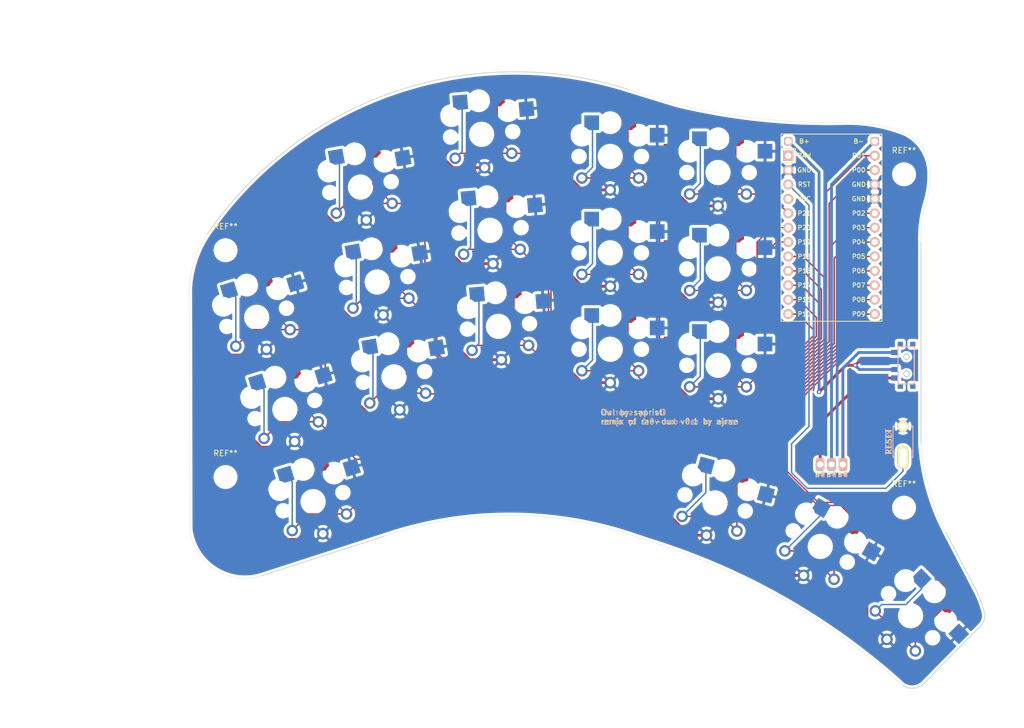
<source format=kicad_pcb>
(kicad_pcb (version 20211014) (generator pcbnew)
  (title_block (title "board") (rev "v1.0.0") (company "Unknown"))
  (layers (0 "F.Cu" signal) (31 "B.Cu" signal) (34 "B.Paste" user) (35 "F.Paste" user) (36 "B.SilkS" user "B.Silkscreen") (37 "F.SilkS" user "F.Silkscreen") (38 "B.Mask" user) (39 "F.Mask" user) (44 "Edge.Cuts" user))
  (net 0 "")
  (net 1 "P6")
  (net 2 "GND")
  (net 3 "P5")
  (net 4 "P4")
  (net 5 "P3")
  (net 6 "P2")
  (net 7 "P0")
  (net 8 "P1")
  (net 9 "P18")
  (net 10 "P15")
  (net 11 "P14")
  (net 12 "P16")
  (net 13 "P10")
  (net 14 "P19")
  (net 15 "P20")
  (net 16 "P21")
  (net 17 "P7")
  (net 18 "P8")
  (net 19 "P9")
  (net 20 "RAW")
  (net 21 "RST")
  (net 22 "VCC")
  (net 23 "Bplus")
  (net 24 "Bminus")
  (net 25 "Braw")
  (footprint "E73:SPDT_C128955" (layer "F.Cu") (at 167.64 -73.316483 -90)
    (fp_text reference "T1" hide)
    (fp_text value "" hide)
  )
  (footprint "lib:bat" (layer "F.Cu") (at 154.411087 -55.816483)
    (fp_text reference "PAD1" hide)
    (fp_text value "" hide)
  )
  (footprint "kbd:ResetSW" (layer "F.Cu") (at 167.005 -59.316483 -90)
    (fp_text reference "B1" hide)
    (fp_text value "")
  )
  (footprint "PG1350" (layer "F.Cu") (at 71.38711 -104.745067 10)
    (fp_text reference "S11" hide)
    (fp_text value "" hide)
  )
  (footprint "PG1350" (layer "F.Cu") (at 152.428645 -41.360213 150)
    (fp_text reference "S34" hide)
    (fp_text value "" hide)
  )
  (footprint "PG1350" (layer "F.Cu") (at 94.221643 -97.114167 5)
    (fp_text reference "S15" hide)
    (fp_text value "" hide)
  )
  (footprint "PG1350" (layer "F.Cu") (at 115.411087 -93.149816)
    (fp_text reference "S21" hide)
    (fp_text value "" hide)
  )
  (footprint "PG1350" (layer "F.Cu") (at 77.291148 -71.261603 -170)
    (fp_text reference "S8" hide)
    (fp_text value "" hide)
  )
  (footprint "mounting holes:MountingHole_3.2mm_M3" (layer "F.Cu") (at 167.2 -107)
    (fp_text reference "REF**")
    (fp_text value "MountingHole_3.2mm_M3")
  )
  (footprint "PG1350" (layer "F.Cu") (at 95.703291 -80.178857 -175)
    (fp_text reference "S14" hide)
    (fp_text value "" hide)
  )
  (footprint "PG1350" (layer "F.Cu") (at 115.411087 -76.149816 180)
    (fp_text reference "S20" hide)
    (fp_text value "" hide)
  )
  (footprint "PG1350" (layer "F.Cu") (at 134.411087 -90.316483 180)
    (fp_text reference "S28" hide)
    (fp_text value "" hide)
  )
  (footprint "PG1350" (layer "F.Cu") (at 134.411087 -73.316483 180)
    (fp_text reference "S26" hide)
    (fp_text value "" hide)
  )
  (footprint "mounting holes:MountingHole_3.2mm_M3" (layer "F.Cu") (at 47.6 -93.6)
    (fp_text reference "REF**")
    (fp_text value "MountingHole_3.2mm_M3")
  )
  (footprint "PG1350" (layer "F.Cu") (at 134.411087 -107.316483)
    (fp_text reference "S29" hide)
    (fp_text value "" hide)
  )
  (footprint "PG1350" (layer "F.Cu") (at 152.428645 -41.360213 -30)
    (fp_text reference "S33" hide)
    (fp_text value "" hide)
  )
  (footprint "PG1350" (layer "F.Cu") (at 168.347243 -29.145444 -45)
    (fp_text reference "S35" hide)
    (fp_text value "" hide)
  )
  (footprint "PG1350" (layer "F.Cu") (at 77.291148 -71.261603 10)
    (fp_text reference "S7" hide)
    (fp_text value "" hide)
  )
  (footprint "PG1350" (layer "F.Cu") (at 63.029681 -49.257181 -163)
    (fp_text reference "S2" hide)
    (fp_text value "" hide)
  )
  (footprint "E73:SPDT_C128955" (layer "F.Cu") (at 167.64 -73.316483 -90)
    (fp_text reference "T2" hide)
    (fp_text value "" hide)
  )
  (footprint "PG1350" (layer "F.Cu") (at 63.029681 -49.257181 17)
    (fp_text reference "S1" hide)
    (fp_text value "" hide)
  )
  (footprint "PG1350" (layer "F.Cu") (at 53.089043 -81.771543 17)
    (fp_text reference "S5" hide)
    (fp_text value "" hide)
  )
  (footprint "PG1350" (layer "F.Cu") (at 134.411087 -90.316483)
    (fp_text reference "S27" hide)
    (fp_text value "" hide)
  )
  (footprint "PG1350" (layer "F.Cu") (at 168.347243 -29.145444 135)
    (fp_text reference "S36" hide)
    (fp_text value "" hide)
  )
  (footprint "PG1350" (layer "F.Cu") (at 74.339129 -88.003335 10)
    (fp_text reference "S9" hide)
    (fp_text value "" hide)
  )
  (footprint "PG1350" (layer "F.Cu") (at 94.221643 -97.114167 -175)
    (fp_text reference "S16" hide)
    (fp_text value "" hide)
  )
  (footprint "PG1350" (layer "F.Cu") (at 134.411087 -107.316483 180)
    (fp_text reference "S30" hide)
    (fp_text value "" hide)
  )
  (footprint "PG1350" (layer "F.Cu") (at 95.703291 -80.178857 5)
    (fp_text reference "S13" hide)
    (fp_text value "" hide)
  )
  (footprint "PG1350" (layer "F.Cu") (at 115.411087 -110.149816 180)
    (fp_text reference "S24" hide)
    (fp_text value "" hide)
  )
  (footprint "PG1350" (layer "F.Cu") (at 92.739996 -114.049477 5)
    (fp_text reference "S17" hide)
    (fp_text value "" hide)
  )
  (footprint "PG1350" (layer "F.Cu") (at 58.059362 -65.514362 -163)
    (fp_text reference "S4" hide)
    (fp_text value "" hide)
  )
  (footprint "PG1350" (layer "F.Cu") (at 74.339129 -88.003335 -170)
    (fp_text reference "S10" hide)
    (fp_text value "" hide)
  )
  (footprint "mounting holes:MountingHole_3.2mm_M3" (layer "F.Cu") (at 167.2 -48.2)
    (fp_text reference "REF**")
    (fp_text value "MountingHole_3.2mm_M3")
  )
  (footprint "PG1350" (layer "F.Cu") (at 115.411087 -93.149816 180)
    (fp_text reference "S22" hide)
    (fp_text value "" hide)
  )
  (footprint "PG1350" (layer "F.Cu") (at 133.891046 -49.038738 -15)
    (fp_text reference "S31" hide)
    (fp_text value "" hide)
  )
  (footprint "ProMicro" (layer "F.Cu") (at 154.411087 -96.316483 -90)
    (fp_text reference "MCU1" hide)
    (fp_text value "" hide)
  )
  (footprint "PG1350" (layer "F.Cu") (at 58.059362 -65.514362 17)
    (fp_text reference "S3" hide)
    (fp_text value "" hide)
  )
  (footprint "PG1350" (layer "F.Cu") (at 133.891046 -49.038738 165)
    (fp_text reference "S32" hide)
    (fp_text value "" hide)
  )
  (footprint "PG1350" (layer "F.Cu") (at 71.38711 -104.745067 -170)
    (fp_text reference "S12" hide)
    (fp_text value "" hide)
  )
  (footprint "mounting holes:MountingHole_3.2mm_M3" (layer "F.Cu") (at 47.6 -53.6)
    (fp_text reference "REF**")
    (fp_text value "MountingHole_3.2mm_M3")
  )
  (footprint "PG1350" (layer "F.Cu") (at 115.411087 -110.149816)
    (fp_text reference "S23" hide)
    (fp_text value "" hide)
  )
  (footprint "PG1350" (layer "F.Cu") (at 134.411087 -73.316483)
    (fp_text reference "S25" hide)
    (fp_text value "" hide)
  )
  (footprint "PG1350" (layer "F.Cu") (at 53.089043 -81.771543 -163)
    (fp_text reference "S6" hide)
    (fp_text value "" hide)
  )
  (footprint "PG1350" (layer "F.Cu") (at 115.411087 -76.149816)
    (fp_text reference "S19" hide)
    (fp_text value "" hide)
  )
  (footprint "PG1350" (layer "F.Cu") (at 92.739996 -114.049477 -175)
    (fp_text reference "S18" hide)
    (fp_text value "" hide)
  )
  (gr_line (start 41.20834 -86.995) (end 41.275 -44.45) (layer "Edge.Cuts") (width 0.05))
  (gr_arc (start 181.4 -29.6) (mid 181.338092 -28.404194) (end 180.721611 -27.377677) (layer "Edge.Cuts") (width 0.15))
  (gr_arc (start 179.8 -33.8) (mid 180.739347 -31.753085) (end 181.4 -29.6) (layer "Edge.Cuts") (width 0.15))
  (gr_line (start 174.6 -43.8) (end 179.8 -33.8) (layer "Edge.Cuts") (width 0.15))
  (gr_arc (start 167.6 -114.2) (mid 170.766348 -111.105224) (end 171.8 -106.8) (layer "Edge.Cuts") (width 0.05))
  (gr_line (start 53.975 -36.195) (end 75.565 -43.18) (layer "Edge.Cuts") (width 0.15))
  (gr_line (start 119 -43.4) (end 122.6 -42.2) (layer "Edge.Cuts") (width 0.05))
  (gr_arc (start 171.8 -106.8) (mid 171.653249 -104.579102) (end 171.2 -102.4) (layer "Edge.Cuts") (width 0.05))
  (gr_arc (start 174.6 -43.8) (mid 171.552419 -51.465689) (end 170.18 -59.6) (layer "Edge.Cuts") (width 0.05))
  (gr_arc (start 53.975 -36.195) (mid 45.680307 -37.330665) (end 41.275 -44.45) (layer "Edge.Cuts") (width 0.05))
  (gr_line (start 167 -16.8) (end 165 -18.6) (layer "Edge.Cuts") (width 0.05))
  (gr_arc (start 156.21 -116.205) (mid 162.013857 -115.820892) (end 167.6 -114.2) (layer "Edge.Cuts") (width 0.05))
  (gr_arc (start 75.565 -43.18) (mid 97.264578 -46.828357) (end 119 -43.4) (layer "Edge.Cuts") (width 0.05))
  (gr_arc (start 170.18 -95) (mid 170.377461 -98.74308) (end 171.2 -102.4) (layer "Edge.Cuts") (width 0.05))
  (gr_arc (start 41.20834 -86.995) (mid 42.196557 -91.972798) (end 44.45 -96.52) (layer "Edge.Cuts") (width 0.05))
  (gr_line (start 171 -17.5) (end 180.721611 -27.377677) (layer "Edge.Cuts") (width 0.15))
  (gr_arc (start 156.21 -116.205) (mid 141.502244 -116.847149) (end 127 -119.38) (layer "Edge.Cuts") (width 0.05))
  (gr_arc (start 122.6 -42.2) (mid 145.014624 -32.582201) (end 165 -18.6) (layer "Edge.Cuts") (width 0.05))
  (gr_arc (start 171 -17.5) (mid 169.131116 -16.400762) (end 167 -16.8) (layer "Edge.Cuts") (width 0.15))
  (gr_arc (start 44.45 -96.52) (mid 77.381253 -121.552521) (end 118.745 -121.92) (layer "Edge.Cuts") (width 0.15))
  (gr_line (start 170.18 -59.6) (end 170.18 -95) (layer "Edge.Cuts") (width 0.15))
  (gr_line (start 118.745 -121.92) (end 127 -119.38) (layer "Edge.Cuts") (width 0.05))
  (gr_text "Owl by sapristi\nremix of rae-dux v0.1 by ajrae\n" (at 113.8 -64.2) (layer "B.SilkS") (effects (font (size 1 1)) (justify right mirror)))
  (gr_text "Owl by sapristi\nremix of rae-dux v0.1 by ajrae\n" (at 113.6 -64.2) (layer "F.SilkS") (effects (font (size 1 1)) (justify left)))
  (segment (start 156.23304 -85.87504) (end 160.324483 -89.966483) (width 0.25) (layer "F.Cu") (net 1))
  (segment (start 62.282887 -47.085081) (end 59.35917 -44.161364) (width 0.25) (layer "F.Cu") (net 1))
  (segment (start 68.922217 -47.085081) (end 74.694536 -52.8574) (width 0.25) (layer "F.Cu") (net 1))
  (segment (start 156.23304 -76.545342) (end 156.23304 -85.87504) (width 0.25) (layer "F.Cu") (net 1))
  (segment (start 68.922217 -47.085081) (end 62.282887 -47.085081) (width 0.25) (layer "F.Cu") (net 1))
  (segment (start 145.012549 -65.324851) (end 156.23304 -76.545342) (width 0.25) (layer "F.Cu") (net 1))
  (segment (start 114.112878 -60.03556) (end 139.723256 -60.03556) (width 0.25) (layer "F.Cu") (net 1))
  (segment (start 160.324483 -89.966483) (end 162.031087 -89.966483) (width 0.25) (layer "F.Cu") (net 1))
  (segment (start 74.694536 -52.8574) (end 91.3638 -52.8574) (width 0.25) (layer "F.Cu") (net 1))
  (segment (start 64.421967 -55.904712) (end 64.421967 -51.585331) (width 0.25) (layer "F.Cu") (net 1))
  (segment (start 64.421967 -51.585331) (end 68.922217 -47.085081) (width 0.25) (layer "F.Cu") (net 1))
  (segment (start 91.3638 -52.8574) (end 94.80048 -56.29408) (width 0.25) (layer "F.Cu") (net 1))
  (segment (start 139.723256 -60.03556) (end 145.012549 -65.324851) (width 0.25) (layer "F.Cu") (net 1))
  (segment (start 110.371397 -56.29408) (end 114.112878 -60.03556) (width 0.25) (layer "F.Cu") (net 1))
  (segment (start 94.80048 -56.29408) (end 110.371397 -56.29408) (width 0.25) (layer "F.Cu") (net 1))
  (segment (start 58.158171 -53.989677) (end 59.35917 -52.788678) (width 0.25) (layer "B.Cu") (net 1))
  (segment (start 59.35917 -52.788678) (end 59.35917 -44.161364) (width 0.25) (layer "B.Cu") (net 1))
  (segment (start 53.878684 -58.856165) (end 49.049546 -63.685303) (width 0.5) (layer "F.Cu") (net 2))
  (segment (start 90.637192 -74.301308) (end 87.132946 -77.805554) (width 0.5) (layer "F.Cu") (net 2))
  (segment (start 126.136087 -70.718936) (end 126.136087 -77.066483) (width 0.5) (layer "F.Cu") (net 2))
  (segment (start 87.673897 -108.171928) (end 84.169651 -111.676174) (width 0.5) (layer "F.Cu") (net 2))
  (segment (start 67.206698 -97.918702) (end 62.586645 -102.538755) (width 0.5) (layer "F.Cu") (net 2))
  (segment (start 132.364014 -43.339776) (end 129.327896 -43.339776) (width 0.5) (layer "F.Cu") (net 2))
  (segment (start 126.136087 -87.718936) (end 126.136087 -94.066483) (width 0.5) (layer "F.Cu") (net 2))
  (segment (start 115.411087 -104.249816) (end 110.43854 -104.249816) (width 0.5) (layer "F.Cu") (net 2))
  (segment (start 110.43854 -104.249816) (end 107.136087 -107.552269) (width 0.5) (layer "F.Cu") (net 2))
  (segment (start 125.807135 -53.741241) (end 126.868581 -54.802687) (width 0.5) (layer "F.Cu") (net 2))
  (segment (start 134.411087 -84.416483) (end 129.43854 -84.416483) (width 0.5) (layer "F.Cu") (net 2))
  (segment (start 84.169651 -111.676174) (end 84.169651 -117.063993) (width 0.5) (layer "F.Cu") (net 2))
  (segment (start 96.21751 -74.301308) (end 90.637192 -74.301308) (width 0.5) (layer "F.Cu") (net 2))
  (segment (start 70.08003 -81.17697) (end 65.538664 -85.718336) (width 0.5) (layer "F.Cu") (net 2))
  (segment (start 144.4244 -39.868068) (end 144.4244 -46.032423) (width 0.5) (layer "F.Cu") (net 2))
  (segment (start 59.784355 -59.872164) (end 58.768356 -58.856165) (width 0.5) (layer "F.Cu") (net 2))
  (segment (start 77.299673 -64.435238) (end 73.105762 -64.435238) (width 0.5) (layer "F.Cu") (net 2))
  (segment (start 54.019865 -47.072135) (end 54.019865 -50.423948) (width 0.5) (layer "F.Cu") (net 2))
  (segment (start 126.136087 -104.718936) (end 126.136087 -111.066483) (width 0.5) (layer "F.Cu") (net 2))
  (segment (start 110.43854 -70.249816) (end 107.136087 -73.552269) (width 0.5) (layer "F.Cu") (net 2))
  (segment (start 68.490683 -69.050317) (end 68.490683 -73.517693) (width 0.5) (layer "F.Cu") (net 2))
  (segment (start 129.327896 -43.339776) (end 125.807135 -46.860537) (width 0.5) (layer "F.Cu") (net 2))
  (segment (start 93.254215 -108.171928) (end 87.673897 -108.171928) (width 0.5) (layer "F.Cu") (net 2))
  (segment (start 72.411634 -98.934701) (end 71.395635 -97.918702) (width 0.5) (layer "F.Cu") (net 2))
  (segment (start 44.079227 -79.593373) (end 44.079227 -82.93831) (width 0.5) (layer "F.Cu") (net 2))
  (segment (start 134.411087 -67.416483) (end 129.43854 -67.416483) (width 0.5) (layer "F.Cu") (net 2))
  (segment (start 115.411087 -70.249816) (end 110.43854 -70.249816) (width 0.5) (layer "F.Cu") (net 2))
  (segment (start 64.754674 -43.614983) (end 63.738675 -42.598984) (width 0.5) (layer "F.Cu") (net 2))
  (segment (start 129.43854 -101.416483) (end 126.136087 -104.718936) (width 0.5) (layer "F.Cu") (net 2))
  (segment (start 160.659192 -33.16001) (end 165.147585 -37.648403) (width 0.5) (layer "F.Cu") (net 2))
  (segment (start 73.105762 -64.435238) (end 68.490683 -69.050317) (width 0.5) (layer "F.Cu") (net 2))
  (segment (start 110.43854 -87.249816) (end 107.136087 -90.552269) (width 0.5) (layer "F.Cu") (net 2))
  (segment (start 160.659192 -28.489635) (end 160.659192 -33.16001) (width 0.5) (layer "F.Cu") (net 2))
  (segment (start 144.4244 -46.032423) (end 147.137285 -48.745308) (width 0.5) (layer "F.Cu") (net 2))
  (segment (start 148.041805 -36.250663) (end 144.4244 -39.868068) (width 0.5) (layer "F.Cu") (net 2))
  (segment (start 129.43854 -84.416483) (end 126.136087 -87.718936) (width 0.5) (layer "F.Cu") (net 2))
  (segment (start 62.586645 -102.538755) (end 62.586645 -107.001157) (width 0.5) (layer "F.Cu") (net 2))
  (segment (start 164.175313 -24.973514) (end 160.659192 -28.489635) (width 0.5) (layer "F.Cu") (net 2))
  (segment (start 115.411087 -87.249816) (end 110.43854 -87.249816) (width 0.5) (layer "F.Cu") (net 2))
  (segment (start 58.493016 -42.598984) (end 54.019865 -47.072135) (width 0.5) (layer "F.Cu") (net 2))
  (segment (start 85.651298 -94.740864) (end 85.651298 -100.128683) (width 0.5) (layer "F.Cu") (net 2))
  (segment (start 107.136087 -90.552269) (end 107.136087 -96.899816) (width 0.5) (layer "F.Cu") (net 2))
  (segment (start 87.132946 -77.805554) (end 87.132946 -83.193373) (width 0.5) (layer "F.Cu") (net 2))
  (segment (start 78.315672 -65.451237) (end 77.299673 -64.435238) (width 0.5) (layer "F.Cu") (net 2))
  (segment (start 107.136087 -107.552269) (end 107.136087 -113.899816) (width 0.5) (layer "F.Cu") (net 2))
  (segment (start 129.43854 -67.416483) (end 126.136087 -70.718936) (width 0.5) (layer "F.Cu") (net 2))
  (segment (start 125.807135 -46.860537) (end 125.807135 -53.741241) (width 0.5) (layer "F.Cu") (net 2))
  (segment (start 58.768356 -58.856165) (end 53.878684 -58.856165) (width 0.5) (layer "F.Cu") (net 2))
  (segment (start 107.136087 -73.552269) (end 107.136087 -79.899816) (width 0.5) (layer "F.Cu") (net 2))
  (segment (start 63.738675 -42.598984) (end 58.493016 -42.598984) (width 0.5) (layer "F.Cu") (net 2))
  (segment (start 53.798037 -75.113346) (end 48.559254 -75.113346) (width 0.5) (layer "F.Cu") (net 2))
  (segment (start 48.559254 -75.113346) (end 44.079227 -79.593373) (width 0.5) (layer "F.Cu") (net 2))
  (segment (start 134.411087 -101.416483) (end 129.43854 -101.416483) (width 0.5) (layer "F.Cu") (net 2))
  (segment (start 49.049546 -63.685303) (end 49.049546 -66.681129) (width 0.5) (layer "F.Cu") (net 2))
  (segment (start 75.363653 -82.192969) (end 74.347654 -81.17697) (width 0.5) (layer "F.Cu") (net 2))
  (segment (start 94.735862 -91.236618) (end 89.155544 -91.236618) (width 0.5) (layer "F.Cu") (net 2))
  (segment (start 149.478645 -36.250663) (end 148.041805 -36.250663) (width 0.5) (layer "F.Cu") (net 2))
  (segment (start 74.347654 -81.17697) (end 70.08003 -81.17697) (width 0.5) (layer "F.Cu") (net 2))
  (segment (start 54.814036 -76.129345) (end 53.798037 -75.113346) (width 0.5) (layer "F.Cu") (net 2))
  (segment (start 89.155544 -91.236618) (end 85.651298 -94.740864) (width 0.5) (layer "F.Cu") (net 2))
  (segment (start 65.538664 -85.718336) (end 65.538664 -90.259425) (width 0.5) (layer "F.Cu") (net 2))
  (segment (start 71.395635 -97.918702) (end 67.206698 -97.918702) (width 0.5) (layer "F.Cu") (net 2))
  (segment (start 155.78352 -76.731541) (end 155.78352 -88.09252) (width 0.25) (layer "F.Cu") (net 3))
  (segment (start 160.197483 -92.506483) (end 162.031087 -92.506483) (width 0.25) (layer "F.Cu") (net 3))
  (segment (start 59.451648 -67.842512) (end 63.951898 -63.342262) (width 0.25) (layer "F.Cu") (net 3))
  (segment (start 155.78352 -88.09252) (end 160.197483 -92.506483) (width 0.25) (layer "F.Cu") (net 3))
  (segment (start 113.92668 -60.48508) (end 139.537059 -60.48508) (width 0.25) (layer "F.Cu") (net 3))
  (segment (start 63.951898 -63.342262) (end 57.312568 -63.342262) (width 0.25) (layer "F.Cu") (net 3))
  (segment (start 57.312568 -63.342262) (end 54.388851 -60.418545) (width 0.25) (layer "F.Cu") (net 3))
  (segment (start 139.537059 -60.48508) (end 155.78352 -76.731541) (width 0.25) (layer "F.Cu") (net 3))
  (segment (start 70.55056 -56.7436) (end 110.1852 -56.7436) (width 0.25) (layer "F.Cu") (net 3))
  (segment (start 110.1852 -56.7436) (end 113.92668 -60.48508) (width 0.25) (layer "F.Cu") (net 3))
  (segment (start 59.451648 -72.161893) (end 59.451648 -67.842512) (width 0.25) (layer "F.Cu") (net 3))
  (segment (start 63.951898 -63.342262) (end 70.55056 -56.7436) (width 0.25) (layer "F.Cu") (net 3))
  (segment (start 53.187852 -70.246858) (end 54.388851 -69.045859) (width 0.25) (layer "B.Cu") (net 3))
  (segment (start 54.388851 -69.045859) (end 54.388851 -60.418545) (width 0.25) (layer "B.Cu") (net 3))
  (segment (start 58.981579 -79.599443) (end 52.342249 -79.599443) (width 0.25) (layer "F.Cu") (net 4))
  (segment (start 54.481329 -88.419074) (end 54.481329 -84.099693) (width 0.25) (layer "F.Cu") (net 4))
  (segment (start 52.342249 -79.599443) (end 49.418532 -76.675726) (width 0.25) (layer "F.Cu") (net 4))
  (segment (start 54.481329 -84.099693) (end 58.981579 -79.599443) (width 0.25) (layer "F.Cu") (net 4))
  (segment (start 65.1764 -76.1238) (end 65.1764 -68.199) (width 0.25) (layer "F.Cu") (net 4))
  (segment (start 155.334 -90.2338) (end 160.146683 -95.046483) (width 0.25) (layer "F.Cu") (net 4))
  (segment (start 160.146683 -95.046483) (end 162.031087 -95.046483) (width 0.25) (layer "F.Cu") (net 4))
  (segment (start 65.1764 -68.199) (end 72.4408 -60.9346) (width 0.25) (layer "F.Cu") (net 4))
  (segment (start 139.350862 -60.9346) (end 155.334 -76.91774) (width 0.25) (layer "F.Cu") (net 4))
  (segment (start 61.700757 -79.599443) (end 65.1764 -76.1238) (width 0.25) (layer "F.Cu") (net 4))
  (segment (start 72.4408 -60.9346) (end 139.350862 -60.9346) (width 0.25) (layer "F.Cu") (net 4))
  (segment (start 58.981579 -79.599443) (end 61.700757 -79.599443) (width 0.25) (layer "F.Cu") (net 4))
  (segment (start 155.334 -76.91774) (end 155.334 -90.2338) (width 0.25) (layer "F.Cu") (net 4))
  (segment (start 48.217533 -86.504039) (end 49.418532 -85.30304) (width 0.25) (layer "B.Cu") (net 4))
  (segment (start 49.418532 -85.30304) (end 49.418532 -76.675726) (width 0.25) (layer "B.Cu") (net 4))
  (segment (start 104.908452 -68.26516) (end 108.060415 -65.1132) (width 0.25) (layer "F.Cu") (net 5))
  (segment (start 126.399421 -61.42784) (end 139.208382 -61.42784) (width 0.25) (layer "F.Cu") (net 5))
  (segment (start 144.935272 -67.154728) (end 154.88448 -77.103936) (width 0.25) (layer "F.Cu") (net 5))
  (segment (start 122.71406 -65.1132) (end 126.399421 -61.42784) (width 0.25) (layer "F.Cu") (net 5))
  (segment (start 79.483187 -71.779437) (end 82.87505 -68.387574) (width 0.25) (layer "F.Cu") (net 5))
  (segment (start 160.273683 -97.586483) (end 162.031087 -97.586483) (width 0.25) (layer "F.Cu") (net 5))
  (segment (start 82.87505 -68.387574) (end 74.763453 -68.387574) (width 0.25) (layer "F.Cu") (net 5))
  (segment (start 79.483187 -77.689907) (end 79.483187 -71.779437) (width 0.25) (layer "F.Cu") (net 5))
  (segment (start 139.208382 -61.42784) (end 144.935272 -67.154728) (width 0.25) (layer "F.Cu") (net 5))
  (segment (start 82.997464 -68.26516) (end 104.908452 -68.26516) (width 0.25) (layer "F.Cu") (net 5))
  (segment (start 74.763453 -68.387574) (end 73.026972 -66.651093) (width 0.25) (layer "F.Cu") (net 5))
  (segment (start 154.88448 -92.19728) (end 160.273683 -97.586483) (width 0.25) (layer "F.Cu") (net 5))
  (segment (start 108.060415 -65.1132) (end 122.71406 -65.1132) (width 0.25) (layer "F.Cu") (net 5))
  (segment (start 154.88448 -77.103936) (end 154.88448 -92.19728) (width 0.25) (layer "F.Cu") (net 5))
  (segment (start 82.87505 -68.387574) (end 82.997464 -68.26516) (width 0.25) (layer "F.Cu") (net 5))
  (segment (start 73.59045 -67.214571) (end 73.026972 -66.651093) (width 0.25) (layer "B.Cu") (net 5))
  (segment (start 73.032696 -76.552511) (end 73.59045 -75.994757) (width 0.25) (layer "B.Cu") (net 5))
  (segment (start 73.59045 -75.994757) (end 73.59045 -67.214571) (width 0.25) (layer "B.Cu") (net 5))
  (segment (start 108.246612 -65.56272) (end 122.900257 -65.56272) (width 0.25) (layer "F.Cu") (net 6))
  (segment (start 145.252413 -68.107587) (end 154.43496 -77.290134) (width 0.25) (layer "F.Cu") (net 6))
  (segment (start 76.531168 -88.521169) (end 79.923031 -85.129306) (width 0.25) (layer "F.Cu") (net 6))
  (segment (start 91.025203 -68.71468) (end 105.09465 -68.71468) (width 0.25) (layer "F.Cu") (net 6))
  (segment (start 76.531168 -94.431639) (end 76.531168 -88.521169) (width 0.25) (layer "F.Cu") (net 6))
  (segment (start 84.38648 -75.353403) (end 91.025203 -68.71468) (width 0.25) (layer "F.Cu") (net 6))
  (segment (start 154.43496 -94.49096) (end 160.070483 -100.126483) (width 0.25) (layer "F.Cu") (net 6))
  (segment (start 160.070483 -100.126483) (end 162.031087 -100.126483) (width 0.25) (layer "F.Cu") (net 6))
  (segment (start 105.09465 -68.71468) (end 108.246612 -65.56272) (width 0.25) (layer "F.Cu") (net 6))
  (segment (start 139.022184 -61.87736) (end 145.252413 -68.107587) (width 0.25) (layer "F.Cu") (net 6))
  (segment (start 122.900257 -65.56272) (end 126.585621 -61.87736) (width 0.25) (layer "F.Cu") (net 6))
  (segment (start 79.923031 -85.129306) (end 84.38648 -80.665857) (width 0.25) (layer "F.Cu") (net 6))
  (segment (start 79.923031 -85.129306) (end 71.811434 -85.129306) (width 0.25) (layer "F.Cu") (net 6))
  (segment (start 154.43496 -77.290134) (end 154.43496 -94.49096) (width 0.25) (layer "F.Cu") (net 6))
  (segment (start 84.38648 -80.665857) (end 84.38648 -75.353403) (width 0.25) (layer "F.Cu") (net 6))
  (segment (start 71.811434 -85.129306) (end 70.074953 -83.392825) (width 0.25) (layer "F.Cu") (net 6))
  (segment (start 126.585621 -61.87736) (end 139.022184 -61.87736) (width 0.25) (layer "F.Cu") (net 6))
  (segment (start 70.638431 -83.956303) (end 70.074953 -83.392825) (width 0.25) (layer "B.Cu") (net 6))
  (segment (start 70.638431 -92.736489) (end 70.638431 -83.956303) (width 0.25) (layer "B.Cu") (net 6))
  (segment (start 70.080677 -93.294243) (end 70.638431 -92.736489) (width 0.25) (layer "B.Cu") (net 6))
  (segment (start 68.859415 -101.871038) (end 67.122934 -100.134557) (width 0.25) (layer "F.Cu") (net 7))
  (segment (start 82.7532 -98.679) (end 82.7532 -88.011) (width 0.25) (layer "F.Cu") (net 7))
  (segment (start 145.531454 -69.022346) (end 153.98544 -77.476332) (width 0.25) (layer "F.Cu") (net 7))
  (segment (start 76.971012 -101.871038) (end 79.561162 -101.871038) (width 0.25) (layer "F.Cu") (net 7))
  (segment (start 73.579149 -111.173371) (end 73.579149 -105.262901) (width 0.25) (layer "F.Cu") (net 7))
  (segment (start 153.98544 -77.476332) (end 153.98544 -101.83924) (width 0.25) (layer "F.Cu") (net 7))
  (segment (start 84.836 -75.5396) (end 91.2114 -69.1642) (width 0.25) (layer "F.Cu") (net 7))
  (segment (start 126.771818 -62.32688) (end 138.835986 -62.32688) (width 0.25) (layer "F.Cu") (net 7))
  (segment (start 108.432809 -66.01224) (end 123.086454 -66.01224) (width 0.25) (layer "F.Cu") (net 7))
  (segment (start 84.836 -85.9282) (end 84.836 -75.5396) (width 0.25) (layer "F.Cu") (net 7))
  (segment (start 138.835986 -62.32688) (end 145.531454 -69.022346) (width 0.25) (layer "F.Cu") (net 7))
  (segment (start 82.7532 -88.011) (end 84.836 -85.9282) (width 0.25) (layer "F.Cu") (net 7))
  (segment (start 76.971012 -101.871038) (end 68.859415 -101.871038) (width 0.25) (layer "F.Cu") (net 7))
  (segment (start 79.561162 -101.871038) (end 82.7532 -98.679) (width 0.25) (layer "F.Cu") (net 7))
  (segment (start 124.851549 -64.247148) (end 126.771818 -62.32688) (width 0.25) (layer "F.Cu") (net 7))
  (segment (start 159.892683 -107.746483) (end 162.031087 -107.746483) (width 0.25) (layer "F.Cu") (net 7))
  (segment (start 153.98544 -101.83924) (end 159.892683 -107.746483) (width 0.25) (layer "F.Cu") (net 7))
  (segment (start 73.579149 -105.262901) (end 76.971012 -101.871038) (width 0.25) (layer "F.Cu") (net 7))
  (segment (start 123.086454 -66.01224) (end 124.851549 -64.247148) (width 0.25) (layer "F.Cu") (net 7))
  (segment (start 105.280848 -69.1642) (end 108.432809 -66.01224) (width 0.25) (layer "F.Cu") (net 7))
  (segment (start 91.2114 -69.1642) (end 105.280848 -69.1642) (width 0.25) (layer "F.Cu") (net 7))
  (segment (start 67.686412 -100.698035) (end 67.122934 -100.134557) (width 0.25) (layer "B.Cu") (net 7))
  (segment (start 67.128658 -110.035975) (end 67.686412 -109.478221) (width 0.25) (layer "B.Cu") (net 7))
  (segment (start 67.686412 -109.478221) (end 67.686412 -100.698035) (width 0.25) (layer "B.Cu") (net 7))
  (segment (start 108.619006 -66.46176) (end 123.272651 -66.46176) (width 0.25) (layer "F.Cu") (net 8))
  (segment (start 91.925067 -76.829096) (end 91.053509 -75.957538) (width 0.25) (layer "F.Cu") (net 8))
  (segment (start 104.07916 -73.765392) (end 104.07916 -71.001606) (width 0.25) (layer "F.Cu") (net 8))
  (segment (start 126.958015 -62.7764) (end 138.649789 -62.7764) (width 0.25) (layer "F.Cu") (net 8))
  (segment (start 101.015456 -76.829096) (end 98.447252 -79.3973) (width 0.25) (layer "F.Cu") (net 8))
  (segment (start 98.447252 -79.3973) (end 98.447252 -86.391651) (width 0.25) (layer "F.Cu") (net 8))
  (segment (start 159.892683 -110.286483) (end 162.031087 -110.286483) (width 0.25) (layer "F.Cu") (net 8))
  (segment (start 101.015456 -76.829096) (end 104.07916 -73.765392) (width 0.25) (layer "F.Cu") (net 8))
  (segment (start 124.331208 -65.403205) (end 126.958015 -62.7764) (width 0.25) (layer "F.Cu") (net 8))
  (segment (start 101.015456 -76.829096) (end 91.925067 -76.829096) (width 0.25) (layer "F.Cu") (net 8))
  (segment (start 123.272651 -66.46176) (end 124.331208 -65.403205) (width 0.25) (layer "F.Cu") (net 8))
  (segment (start 104.07916 -71.001606) (end 108.619006 -66.46176) (width 0.25) (layer "F.Cu") (net 8))
  (segment (start 138.649789 -62.7764) (end 153.53592 -77.662531) (width 0.25) (layer "F.Cu") (net 8))
  (segment (start 153.53592 -77.662531) (end 153.53592 -103.92972) (width 0.25) (layer "F.Cu") (net 8))
  (segment (start 153.53592 -103.92972) (end 159.892683 -110.286483) (width 0.25) (layer "F.Cu") (net 8))
  (segment (start 92.270004 -77.174033) (end 91.053509 -75.957538) (width 0.25) (layer "B.Cu") (net 8))
  (segment (start 91.922177 -85.82078) (end 92.270004 -85.472953) (width 0.25) (layer "B.Cu") (net 8))
  (segment (start 92.270004 -85.472953) (end 92.270004 -77.174033) (width 0.25) (layer "B.Cu") (net 8))
  (segment (start 138.463592 -63.22592) (end 153.0864 -77.848728) (width 0.25) (layer "F.Cu") (net 9))
  (segment (start 123.458849 -66.91128) (end 127.144212 -63.22592) (width 0.25) (layer "F.Cu") (net 9))
  (segment (start 104.52868 -88.769534) (end 104.52868 -71.187803) (width 0.25) (layer "F.Cu") (net 9))
  (segment (start 99.533808 -93.764406) (end 90.443419 -93.764406) (width 0.25) (layer "F.Cu") (net 9))
  (segment (start 96.965604 -96.33261) (end 99.533808 -93.764406) (width 0.25) (layer "F.Cu") (net 9))
  (segment (start 108.805203 -66.91128) (end 123.458849 -66.91128) (width 0.25) (layer "F.Cu") (net 9))
  (segment (start 104.52868 -71.187803) (end 108.805203 -66.91128) (width 0.25) (layer "F.Cu") (net 9))
  (segment (start 153.0864 -88.8486) (end 149.428517 -92.506483) (width 0.25) (layer "F.Cu") (net 9))
  (segment (start 99.533808 -93.764406) (end 104.52868 -88.769534) (width 0.25) (layer "F.Cu") (net 9))
  (segment (start 153.0864 -77.848728) (end 153.0864 -88.8486) (width 0.25) (layer "F.Cu") (net 9))
  (segment (start 96.965604 -103.326961) (end 96.965604 -96.33261) (width 0.25) (layer "F.Cu") (net 9))
  (segment (start 127.144212 -63.22592) (end 138.463592 -63.22592) (width 0.25) (layer "F.Cu") (net 9))
  (segment (start 149.428517 -92.506483) (end 146.791087 -92.506483) (width 0.25) (layer "F.Cu") (net 9))
  (segment (start 90.443419 -93.764406) (end 89.571861 -92.892848) (width 0.25) (layer "F.Cu") (net 9))
  (segment (start 90.788356 -94.109343) (end 89.571861 -92.892848) (width 0.25) (layer "B.Cu") (net 9))
  (segment (start 90.440529 -102.75609) (end 90.788356 -102.408263) (width 0.25) (layer "B.Cu") (net 9))
  (segment (start 90.788356 -102.408263) (end 90.788356 -94.109343) (width 0.25) (layer "B.Cu") (net 9))
  (segment (start 108.9914 -67.3608) (end 123.645047 -67.3608) (width 0.25) (layer "F.Cu") (net 10))
  (segment (start 152.63688 -86.70732) (end 149.377717 -89.966483) (width 0.25) (layer "F.Cu") (net 10))
  (segment (start 149.377717 -89.966483) (end 146.791087 -89.966483) (width 0.25) (layer "F.Cu") (net 10))
  (segment (start 127.330409 -63.67544) (end 138.277392 -63.67544) (width 0.25) (layer "F.Cu") (net 10))
  (segment (start 95.483957 -120.262271) (end 95.483957 -113.26792) (width 0.25) (layer "F.Cu") (net 10))
  (segment (start 104.9782 -105.2576) (end 104.9782 -71.374) (width 0.25) (layer "F.Cu") (net 10))
  (segment (start 138.277392 -63.67544) (end 152.63688 -78.034926) (width 0.25) (layer "F.Cu") (net 10))
  (segment (start 104.9782 -71.374) (end 108.9914 -67.3608) (width 0.25) (layer "F.Cu") (net 10))
  (segment (start 88.961772 -110.699716) (end 88.090214 -109.828158) (width 0.25) (layer "F.Cu") (net 10))
  (segment (start 123.645047 -67.3608) (end 127.330409 -63.67544) (width 0.25) (layer "F.Cu") (net 10))
  (segment (start 152.63688 -78.034926) (end 152.63688 -86.70732) (width 0.25) (layer "F.Cu") (net 10))
  (segment (start 99.536084 -110.699716) (end 104.9782 -105.2576) (width 0.25) (layer "F.Cu") (net 10))
  (segment (start 98.052161 -110.699716) (end 88.961772 -110.699716) (width 0.25) (layer "F.Cu") (net 10))
  (segment (start 95.483957 -113.26792) (end 98.052161 -110.699716) (width 0.25) (layer "F.Cu") (net 10))
  (segment (start 98.052161 -110.699716) (end 99.536084 -110.699716) (width 0.25) (layer "F.Cu") (net 10))
  (segment (start 89.306709 -111.044653) (end 88.090214 -109.828158) (width 0.25) (layer "B.Cu") (net 10))
  (segment (start 89.306709 -119.343573) (end 89.306709 -111.044653) (width 0.25) (layer "B.Cu") (net 10))
  (segment (start 88.958882 -119.6914) (end 89.306709 -119.343573) (width 0.25) (layer "B.Cu") (net 10))
  (segment (start 152.18736 -78.221125) (end 152.18736 -84.31204) (width 0.25) (layer "F.Cu") (net 11))
  (segment (start 152.18736 -84.31204) (end 149.072917 -87.426483) (width 0.25) (layer "F.Cu") (net 11))
  (segment (start 120.411087 -72.349816) (end 110.411087 -72.349816) (width 0.25) (layer "F.Cu") (net 11))
  (segment (start 118.536566 -81.950295) (end 118.536566 -74.224337) (width 0.25) (layer "F.Cu") (net 11))
  (segment (start 120.411087 -72.349816) (end 120.411087 -71.230479) (width 0.25) (layer "F.Cu") (net 11))
  (segment (start 127.516606 -64.12496) (end 138.091195 -64.12496) (width 0.25) (layer "F.Cu") (net 11))
  (segment (start 120.411087 -71.230479) (end 127.516606 -64.12496) (width 0.25) (layer "F.Cu") (net 11))
  (segment (start 118.536566 -74.224337) (end 120.411087 -72.349816) (width 0.25) (layer "F.Cu") (net 11))
  (segment (start 118.686087 -82.099816) (end 118.536566 -81.950295) (width 0.25) (layer "F.Cu") (net 11))
  (segment (start 149.072917 -87.426483) (end 146.791087 -87.426483) (width 0.25) (layer "F.Cu") (net 11))
  (segment (start 138.091195 -64.12496) (end 152.18736 -78.221125) (width 0.25) (layer "F.Cu") (net 11))
  (segment (start 112.136087 -82.099816) (end 112.285608 -81.950295) (width 0.25) (layer "B.Cu") (net 11))
  (segment (start 112.285608 -74.224337) (end 110.411087 -72.349816) (width 0.25) (layer "B.Cu") (net 11))
  (segment (start 112.285608 -81.950295) (end 112.285608 -74.224337) (width 0.25) (layer "B.Cu") (net 11))
  (segment (start 123.65488 -68.622403) (end 125.247041 -67.030241) (width 0.25) (layer "F.Cu") (net 12))
  (segment (start 118.536566 -91.224337) (end 120.411087 -89.349816) (width 0.25) (layer "F.Cu") (net 12))
  (segment (start 123.65488 -86.106023) (end 123.65488 -68.622403) (width 0.25) (layer "F.Cu") (net 12))
  (segment (start 110.411087 -89.349816) (end 120.411087 -89.349816) (width 0.25) (layer "F.Cu") (net 12))
  (segment (start 151.73784 -78.407322) (end 151.73784 -81.76436) (width 0.25) (layer "F.Cu") (net 12))
  (segment (start 125.247041 -67.030241) (end 127.702803 -64.57448) (width 0.25) (layer "F.Cu") (net 12))
  (segment (start 118.536566 -98.950295) (end 118.536566 -91.224337) (width 0.25) (layer "F.Cu") (net 12))
  (segment (start 148.615717 -84.886483) (end 146.791087 -84.886483) (width 0.25) (layer "F.Cu") (net 12))
  (segment (start 137.904998 -64.57448) (end 151.73784 -78.407322) (width 0.25) (layer "F.Cu") (net 12))
  (segment (start 151.73784 -81.76436) (end 148.615717 -84.886483) (width 0.25) (layer "F.Cu") (net 12))
  (segment (start 120.411087 -89.349816) (end 123.65488 -86.106023) (width 0.25) (layer "F.Cu") (net 12))
  (segment (start 118.686087 -99.099816) (end 118.536566 -98.950295) (width 0.25) (layer "F.Cu") (net 12))
  (segment (start 127.702803 -64.57448) (end 137.904998 -64.57448) (width 0.25) (layer "F.Cu") (net 12))
  (segment (start 112.285608 -91.224337) (end 110.411087 -89.349816) (width 0.25) (layer "B.Cu") (net 12))
  (segment (start 112.285608 -98.950295) (end 112.285608 -91.224337) (width 0.25) (layer "B.Cu") (net 12))
  (segment (start 112.136087 -99.099816) (end 112.285608 -98.950295) (width 0.25) (layer "B.Cu") (net 12))
  (segment (start 151.28832 -78.59352) (end 137.7188 -65.024) (width 0.25) (layer "F.Cu") (net 13))
  (segment (start 118.536566 -115.950295) (end 118.536566 -108.224337) (width 0.25) (layer "F.Cu") (net 13))
  (segment (start 120.411087 -106.349816) (end 110.411087 -106.349816) (width 0.25) (layer "F.Cu") (net 13))
  (segment (start 148.463317 -82.346483) (end 151.28832 -79.52148) (width 0.25) (layer "F.Cu") (net 13))
  (segment (start 118.686087 -116.099816) (end 118.536566 -115.950295) (width 0.25) (layer "F.Cu") (net 13))
  (segment (start 146.791087 -82.346483) (end 148.463317 -82.346483) (width 0.25) (layer "F.Cu") (net 13))
  (segment (start 127.889 -65.024) (end 124.1044 -68.8086) (width 0.25) (layer "F.Cu") (net 13))
  (segment (start 124.1044 -68.8086) (end 124.1044 -102.656503) (width 0.25) (layer "F.Cu") (net 13))
  (segment (start 137.7188 -65.024) (end 127.889 -65.024) (width 0.25) (layer "F.Cu") (net 13))
  (segment (start 151.28832 -79.52148) (end 151.28832 -78.59352) (width 0.25) (layer "F.Cu") (net 13))
  (segment (start 118.536566 -108.224337) (end 120.411087 -106.349816) (width 0.25) (layer "F.Cu") (net 13))
  (segment (start 124.1044 -102.656503) (end 120.411087 -106.349816) (width 0.25) (layer "F.Cu") (net 13))
  (segment (start 112.285608 -108.224337) (end 110.411087 -106.349816) (width 0.25) (layer "B.Cu") (net 13))
  (segment (start 112.136087 -116.099816) (end 112.285608 -115.950295) (width 0.25) (layer "B.Cu") (net 13))
  (segment (start 112.285608 -115.950295) (end 112.285608 -108.224337) (width 0.25) (layer "B.Cu") (net 13))
  (segment (start 142.748 -93.091) (end 144.703483 -95.046483) (width 0.25) (layer "F.Cu") (net 14))
  (segment (start 144.703483 -95.046483) (end 146.791087 -95.046483) (width 0.25) (layer "F.Cu") (net 14))
  (segment (start 139.411087 -69.516483) (end 129.411087 -69.516483) (width 0.25) (layer "F.Cu") (net 14))
  (segment (start 137.536566 -79.116962) (end 137.686087 -79.266483) (width 0.25) (layer "F.Cu") (net 14))
  (segment (start 137.536566 -71.391004) (end 137.536566 -79.116962) (width 0.25) (layer "F.Cu") (net 14))
  (segment (start 139.411087 -69.516483) (end 142.748 -72.853396) (width 0.25) (layer "F.Cu") (net 14))
  (segment (start 142.748 -72.853396) (end 142.748 -93.091) (width 0.25) (layer "F.Cu") (net 14))
  (segment (start 139.411087 -69.516483) (end 137.536566 -71.391004) (width 0.25) (layer "F.Cu") (net 14))
  (segment (start 131.285608 -79.116962) (end 131.285608 -71.391004) (width 0.25) (layer "B.Cu") (net 14))
  (segment (start 131.285608 -71.391004) (end 129.411087 -69.516483) (width 0.25) (layer "B.Cu") (net 14))
  (segment (start 131.136087 -79.266483) (end 131.285608 -79.116962) (width 0.25) (layer "B.Cu") (net 14))
  (segment (start 141.285608 -95.032208) (end 143.839883 -97.586483) (width 0.25) (layer "F.Cu") (net 15))
  (segment (start 137.536566 -88.391004) (end 137.536566 -96.116962) (width 0.25) (layer "F.Cu") (net 15))
  (segment (start 139.411087 -86.516483) (end 137.536566 -88.391004) (width 0.25) (layer "F.Cu") (net 15))
  (segment (start 137.536566 -96.116962) (end 137.686087 -96.266483) (width 0.25) (layer "F.Cu") (net 15))
  (segment (start 139.411087 -86.516483) (end 141.285608 -88.391004) (width 0.25) (layer "F.Cu") (net 15))
  (segment (start 143.839883 -97.586483) (end 146.791087 -97.586483) (width 0.25) (layer "F.Cu") (net 15))
  (segment (start 141.285608 -88.391004) (end 141.285608 -95.032208) (width 0.25) (layer "F.Cu") (net 15))
  (segment (start 129.411087 -86.516483) (end 139.411087 -86.516483) (width 0.25) (layer "F.Cu") (net 15))
  (segment (start 131.136087 -96.266483) (end 131.285608 -96.116962) (width 0.25) (layer "B.Cu") (net 15))
  (segment (start 131.285608 -96.116962) (end 131.285608 -88.391004) (width 0.25) (layer "B.Cu") (net 15))
  (segment (start 131.285608 -88.391004) (end 129.411087 -86.516483) (width 0.25) (layer "B.Cu") (net 15))
  (segment (start 137.536566 -105.391004) (end 137.536566 -113.116962) (width 0.25) (layer "F.Cu") (net 16))
  (segment (start 137.536566 -113.116962) (end 137.686087 -113.266483) (width 0.25) (layer "F.Cu") (net 16))
  (segment (start 139.411087 -103.516483) (end 137.536566 -105.391004) (width 0.25) (layer "F.Cu") (net 16))
  (segment (start 143.401087 -103.516483) (end 146.791087 -100.126483) (width 0.25) (layer "F.Cu") (net 16))
  (segment (start 129.411087 -103.516483) (end 128.995117 -103.516483) (width 0.25) (layer "F.Cu") (net 16))
  (segment (start 129.411087 -103.516483) (end 139.411087 -103.516483) (width 0.25) (layer "F.Cu") (net 16))
  (segment (start 128.995117 -103.516483) (end 128.8796 -103.632) (width 0.25) (layer "F.Cu") (net 16))
  (segment (start 139.411087 -103.516483) (end 143.401087 -103.516483) (width 0.25) (layer "F.Cu") (net 16))
  (segment (start 131.285608 -105.391004) (end 129.411087 -103.516483) (width 0.25) (layer "B.Cu") (net 16))
  (segment (start 131.136087 -113.266483) (end 131.285608 -113.116962) (width 0.25) (layer "B.Cu") (net 16))
  (segment (start 131.285608 -113.116962) (end 131.285608 -105.391004) (width 0.25) (layer "B.Cu") (net 16))
  (segment (start 156.68256 -76.359144) (end 156.68256 -83.93696) (width 0.25) (layer "F.Cu") (net 17))
  (segment (start 135.148973 -46.662315) (end 128.077904 -46.662315) (width 0.25) (layer "F.Cu") (net 17))
  (segment (start 140.172776 -55.516714) (end 140.172776 -59.849363) (width 0.25) (layer "F.Cu") (net 17))
  (segment (start 137.737163 -44.074125) (end 135.148973 -46.662315) (width 0.25) (layer "F.Cu") (net 17))
  (segment (start 138.594426 -53.938364) (end 137.737163 -53.081101) (width 0.25) (layer "F.Cu") (net 17))
  (segment (start 145.462069 -65.138653) (end 156.68256 -76.359144) (width 0.25) (layer "F.Cu") (net 17))
  (segment (start 140.172776 -59.849363) (end 144.712413 -64.389) (width 0.25) (layer "F.Cu") (net 17))
  (segment (start 138.594426 -53.938364) (end 140.172776 -55.516714) (width 0.25) (layer "F.Cu") (net 17))
  (segment (start 156.68256 -83.93696) (end 160.172083 -87.426483) (width 0.25) (layer "F.Cu") (net 17))
  (segment (start 144.712413 -64.389) (end 145.462069 -65.138653) (width 0.25) (layer "F.Cu") (net 17))
  (segment (start 160.172083 -87.426483) (end 162.031087 -87.426483) (width 0.25) (layer "F.Cu") (net 17))
  (segment (start 137.737163 -53.081101) (end 137.737163 -44.074125) (width 0.25) (layer "F.Cu") (net 17))
  (segment (start 132.267612 -55.633629) (end 132.267612 -50.852023) (width 0.25) (layer "B.Cu") (net 17))
  (segment (start 132.267612 -50.852023) (end 128.077904 -46.662315) (width 0.25) (layer "B.Cu") (net 17))
  (segment (start 141.6812 -58.8772) (end 141.6812 -60.722069) (width 0.25) (layer "F.Cu") (net 18))
  (segment (start 157.13208 -81.87188) (end 160.146683 -84.886483) (width 0.25) (layer "F.Cu") (net 18))
  (segment (start 158.239878 -44.875564) (end 158.239878 -46.376675) (width 0.25) (layer "F.Cu") (net 18))
  (segment (start 156.026353 -48.5902) (end 151.9682 -48.5902) (width 0.25) (layer "F.Cu") (net 18))
  (segment (start 157.13208 -76.130763) (end 157.13208 -81.87188) (width 0.25) (layer "F.Cu") (net 18))
  (segment (start 149.858772 -40.569316) (end 146.198518 -40.569316) (width 0.25) (layer "F.Cu") (net 18))
  (segment (start 158.239878 -44.875564) (end 154.858772 -41.494458) (width 0.25) (layer "F.Cu") (net 18))
  (segment (start 154.858772 -35.569316) (end 149.858772 -40.569316) (width 0.25) (layer "F.Cu") (net 18))
  (segment (start 141.6812 -60.722069) (end 144.708466 -63.749335) (width 0.25) (layer "F.Cu") (net 18))
  (segment (start 144.708466 -63.749335) (end 144.750652 -63.749335) (width 0.25) (layer "F.Cu") (net 18))
  (segment (start 160.146683 -84.886483) (end 162.031087 -84.886483) (width 0.25) (layer "F.Cu") (net 18))
  (segment (start 151.9682 -48.5902) (end 141.6812 -58.8772) (width 0.25) (layer "F.Cu") (net 18))
  (segment (start 158.239878 -46.376675) (end 156.026353 -48.5902) (width 0.25) (layer "F.Cu") (net 18))
  (segment (start 154.858772 -41.494458) (end 154.858772 -35.569316) (width 0.25) (layer "F.Cu") (net 18))
  (segment (start 144.750652 -63.749335) (end 157.13208 -76.130763) (width 0.25) (layer "F.Cu") (net 18))
  (segment (start 152.567412 -46.93821) (end 146.198518 -40.569316) (width 0.25) (layer "B.Cu") (net 18))
  (segment (start 152.567412 -48.150564) (end 152.567412 -46.93821) (width 0.25) (layer "B.Cu") (net 18))
  (segment (start 142.13072 -60.1472) (end 142.13072 -60.535871) (width 0.25) (layer "F.Cu") (net 19))
  (segment (start 174.870303 -31.036955) (end 174.658847 -31.036955) (width 0.25) (layer "F.Cu") (net 19))
  (segment (start 159.892683 -82.346483) (end 162.031087 -82.346483) (width 0.25) (layer "F.Cu") (net 19))
  (segment (start 157.627271 -47.625) (end 156.994835 -48.257436) (width 0.25) (layer "F.Cu") (net 19))
  (segment (start 156.128671 -49.1236) (end 153.6192 -49.1236) (width 0.25) (layer "F.Cu") (net 19))
  (segment (start 169.195771 -22.922904) (end 162.124703 -29.993972) (width 0.25) (layer "F.Cu") (net 19))
  (segment (start 174.870303 -31.036955) (end 174.870303 -33.816097) (width 0.25) (layer "F.Cu") (net 19))
  (segment (start 152.070518 -49.1236) (end 148.704659 -52.489459) (width 0.25) (layer "F.Cu") (net 19))
  (segment (start 157.5816 -80.0354) (end 159.892683 -82.346483) (width 0.25) (layer "F.Cu") (net 19))
  (segment (start 159.6898 -47.625) (end 157.627271 -47.625) (width 0.25) (layer "F.Cu") (net 19))
  (segment (start 142.13072 -59.063398) (end 142.13072 -60.1472) (width 0.25) (layer "F.Cu") (net 19))
  (segment (start 153.6192 -49.1236) (end 152.070518 -49.1236) (width 0.25) (layer "F.Cu") (net 19))
  (segment (start 148.704659 -52.489459) (end 142.13072 -59.063398) (width 0.25) (layer "F.Cu") (net 19))
  (segment (start 144.670725 -63.075875) (end 144.71291 -63.075875) (width 0.25) (layer "F.Cu") (net 19))
  (segment (start 174.870303 -33.816097) (end 172.974 -35.7124) (width 0.25) (layer "F.Cu") (net 19))
  (segment (start 169.195771 -25.573879) (end 169.195771 -22.922904) (width 0.25) (layer "F.Cu") (net 19))
  (segment (start 161.0614 -47.625) (end 159.6898 -47.625) (width 0.25) (layer "F.Cu") (net 19))
  (segment (start 156.994835 -48.257436) (end 156.128671 -49.1236) (width 0.25) (layer "F.Cu") (net 19))
  (segment (start 144.71291 -63.075875) (end 157.5816 -75.944565) (width 0.25) (layer "F.Cu") (net 19))
  (segment (start 142.13072 -60.535871) (end 144.670725 -63.075875) (width 0.25) (layer "F.Cu") (net 19))
  (segment (start 144.670725 -63.075875) (end 144.696125 -63.101276) (width 0.25) (layer "F.Cu") (net 19))
  (segment (start 157.5816 -75.944565) (end 157.5816 -80.0354) (width 0.25) (layer "F.Cu") (net 19))
  (segment (start 174.658847 -31.036955) (end 169.195771 -25.573879) (width 0.25) (layer "F.Cu") (net 19))
  (segment (start 172.974 -35.7124) (end 161.0614 -47.625) (width 0.25) (layer "F.Cu") (net 19))
  (segment (start 170.238754 -35.668504) (end 170.238754 -33.830026) (width 0.25) (layer "B.Cu") (net 19))
  (segment (start 167.523728 -31.115) (end 163.245731 -31.115) (width 0.25) (layer "B.Cu") (net 19))
  (segment (start 170.238754 -33.830026) (end 167.523728 -31.115) (width 0.25) (layer "B.Cu") (net 19))
  (segment (start 163.245731 -31.115) (end 162.124703 -29.993972) (width 0.25) (layer "B.Cu") (net 19))
  (segment (start 164.0078 -51.6128) (end 150.1394 -51.6128) (width 0.25) (layer "B.Cu") (net 21))
  (segment (start 147.3708 -54.3814) (end 147.3708 -59.4614) (width 0.25) (layer "B.Cu") (net 21))
  (segment (start 167.005 -54.61) (end 164.0078 -51.6128) (width 0.25) (layer "B.Cu") (net 21))
  (segment (start 147.3708 -59.4614) (end 150.4442 -62.5348) (width 0.25) (layer "B.Cu") (net 21))
  (segment (start 150.1394 -51.6128) (end 147.3708 -54.3814) (width 0.25) (layer "B.Cu") (net 21))
  (segment (start 150.4442 -101.55337) (end 146.791087 -105.206483) (width 0.25) (layer "B.Cu") (net 21))
  (segment (start 167.005 -56.066483) (end 167.005 -54.61) (width 0.25) (layer "B.Cu") (net 21))
  (segment (start 150.4442 -62.5348) (end 150.4442 -101.55337) (width 0.25) (layer "B.Cu") (net 21))
  (segment (start 152.2222 -68.6054) (end 156.9212 -73.3044) (width 0.5) (layer "F.Cu") (net 23))
  (segment (start 159.334283 -74.066483) (end 158.5722 -73.3044) (width 0.5) (layer "F.Cu") (net 23))
  (segment (start 156.9212 -73.3044) (end 158.5722 -73.3044) (width 0.5) (layer "F.Cu") (net 23))
  (segment (start 165.565 -74.066483) (end 159.334283 -74.066483) (width 0.5) (layer "F.Cu") (net 23))
  (via (at 158.5722 -73.3044) (size 0.8) (drill 0.4) (layers "F.Cu" "B.Cu") (net 23))
  (via (at 152.2222 -68.6054) (size 0.8) (drill 0.4) (layers "F.Cu" "B.Cu") (net 23))
  (segment (start 152.2222 -107.39537) (end 146.791087 -112.826483) (width 0.5) (layer "B.Cu") (net 23))
  (segment (start 159.310117 -72.566483) (end 165.565 -72.566483) (width 0.5) (layer "B.Cu") (net 23))
  (segment (start 158.5722 -73.3044) (end 159.310117 -72.566483) (width 0.5) (layer "B.Cu") (net 23))
  (segment (start 152.2222 -68.6054) (end 152.2222 -107.39537) (width 0.5) (layer "B.Cu") (net 23))
  (segment (start 154.411087 -55.816483) (end 154.411087 -105.206483) (width 0.5) (layer "B.Cu") (net 24))
  (segment (start 154.411087 -105.206483) (end 162.031087 -112.826483) (width 0.5) (layer "B.Cu") (net 24))
  (segment (start 156.425091 -67.155487) (end 156.411087 -67.155487) (width 0.5) (layer "F.Cu") (net 25))
  (segment (start 152.411087 -55.816483) (end 152.411087 -63.155487) (width 0.5) (layer "F.Cu") (net 25))
  (segment (start 156.411087 -67.155487) (end 156.411087 -55.816483) (width 0.5) (layer "F.Cu") (net 25))
  (segment (start 152.411087 -63.155487) (end 156.411087 -67.155487) (width 0.5) (layer "F.Cu") (net 25))
  (segment (start 165.565 -71.066483) (end 160.336087 -71.066483) (width 0.5) (layer "F.Cu") (net 25))
  (segment (start 160.336087 -71.066483) (end 156.425091 -67.155487) (width 0.5) (layer "F.Cu") (net 25))
  (segment (start 165.565 -75.566483) (end 159.211087 -75.566483) (width 0.5) (layer "B.Cu") (net 25))
  (segment (start 159.211087 -75.566483) (end 156.411087 -72.766483) (width 0.5) (layer "B.Cu") (net 25))
  (segment (start 156.411087 -72.766483) (end 156.411087 -55.816483) (width 0.5) (layer "B.Cu") (net 25))
  (zone (net 2) (net_name "GND") (layer "B.Cu") (connect_pads (clearance 0.508)) (min_thickness 0.254) (fill yes (thermal_gap 0.508) (thermal_bridge_width 0.508))
    (polygon (pts (xy 182.3974 -114.5794) (xy 188.341 -13.2842) (xy 40.4622 -17.3228) (xy 7.8486 -109.982) (xy 86.7918 -137.7442)))
  )
)
</source>
